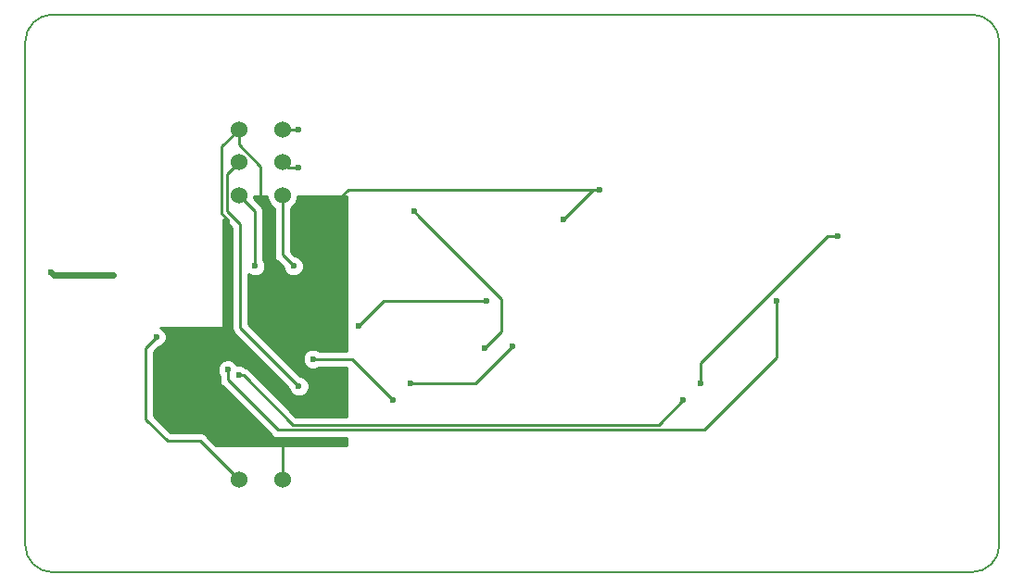
<source format=gbr>
%TF.GenerationSoftware,KiCad,Pcbnew,5.0.1*%
%TF.CreationDate,2019-02-20T00:34:26-06:00*%
%TF.ProjectId,Layout,4C61796F75742E6B696361645F706362,rev?*%
%TF.SameCoordinates,Original*%
%TF.FileFunction,Copper,L2,Bot,Signal*%
%TF.FilePolarity,Positive*%
%FSLAX46Y46*%
G04 Gerber Fmt 4.6, Leading zero omitted, Abs format (unit mm)*
G04 Created by KiCad (PCBNEW 5.0.1) date Wed 20 Feb 2019 12:34:26 AM CST*
%MOMM*%
%LPD*%
G01*
G04 APERTURE LIST*
%ADD10C,0.150000*%
%ADD11C,1.524000*%
%ADD12C,0.600000*%
%ADD13C,0.250000*%
%ADD14C,0.630000*%
%ADD15C,0.254000*%
G04 APERTURE END LIST*
D10*
X112000000Y-122000000D02*
X112000000Y-76000000D01*
X198500000Y-124500000D02*
X114500000Y-124500000D01*
X201000000Y-76000000D02*
X201000000Y-122000000D01*
X114500000Y-73500000D02*
X198500000Y-73500000D01*
X201000000Y-122000000D02*
G75*
G02X198500000Y-124500000I-2500000J0D01*
G01*
X114500000Y-124500000D02*
G75*
G02X112000000Y-122000000I0J2500000D01*
G01*
X112000000Y-76000000D02*
G75*
G02X114500000Y-73500000I2500000J0D01*
G01*
X198500000Y-73500000D02*
G75*
G02X201000000Y-76000000I0J-2500000D01*
G01*
D11*
X131500000Y-90000000D03*
X135500000Y-90000000D03*
X131500000Y-87000000D03*
X135500000Y-87000000D03*
X131500000Y-84000000D03*
X135500000Y-84000000D03*
X135500000Y-116000000D03*
X131500000Y-116000000D03*
D12*
X130510000Y-100660000D03*
X134000000Y-93000000D03*
X130500000Y-93000000D03*
X131500000Y-110500000D03*
X124500000Y-110500000D03*
X124500000Y-105500000D03*
X164500000Y-89500000D03*
X161177818Y-92222183D03*
X137000000Y-110000000D03*
X138850000Y-99730000D03*
X134220000Y-100740000D03*
X134230000Y-101980000D03*
X137000000Y-107500000D03*
X154000000Y-104000000D03*
X147500000Y-91500000D03*
X145622184Y-108777817D03*
X138280000Y-105000000D03*
X156500000Y-103847469D03*
X147177818Y-107222183D03*
X142500000Y-102000000D03*
X154177818Y-99722183D03*
X131500000Y-106500000D03*
X172122184Y-108777817D03*
X186222183Y-93777817D03*
X173677818Y-107222183D03*
X130500000Y-106000000D03*
X180677818Y-99722183D03*
X133000000Y-96500000D03*
X136510147Y-96510147D03*
X137000000Y-87500000D03*
X137000000Y-84000000D03*
X124000000Y-103000000D03*
X114320000Y-97050000D03*
X120010000Y-97340000D03*
D13*
X164500000Y-89500000D02*
X163900001Y-89500000D01*
X163900001Y-89500000D02*
X161177818Y-92222183D01*
X163900001Y-89500000D02*
X141500000Y-89500000D01*
X141500000Y-89500000D02*
X140500000Y-90500000D01*
X135500000Y-116000000D02*
X135500000Y-112500000D01*
X131500000Y-85391238D02*
X133500000Y-87391238D01*
X131500000Y-84000000D02*
X131500000Y-85391238D01*
X133500000Y-87391238D02*
X133500000Y-90000000D01*
X130500000Y-92250000D02*
X130500000Y-93000000D01*
X129962990Y-91712990D02*
X130500000Y-92250000D01*
X129962990Y-85537010D02*
X129962990Y-91712990D01*
X131500000Y-84000000D02*
X129962990Y-85537010D01*
X133500000Y-90000000D02*
X133500000Y-90500000D01*
X133500000Y-90500000D02*
X134000000Y-91000000D01*
X131625001Y-102125001D02*
X137000000Y-107500000D01*
X131625001Y-92699999D02*
X131625001Y-102125001D01*
X130412999Y-91487997D02*
X131625001Y-92699999D01*
X131500000Y-87000000D02*
X130412999Y-88087001D01*
X130412999Y-88087001D02*
X130412999Y-91487997D01*
X154000000Y-104000000D02*
X155500000Y-102500000D01*
X155500000Y-102500000D02*
X155500000Y-100119363D01*
X155500000Y-100119363D02*
X155500000Y-99500000D01*
X155500000Y-99500000D02*
X150000000Y-94000000D01*
X150000000Y-94000000D02*
X148000000Y-92000000D01*
X148000000Y-92000000D02*
X147500000Y-91500000D01*
X141844367Y-105000000D02*
X145622184Y-108777817D01*
X138280000Y-105000000D02*
X141844367Y-105000000D01*
X156500000Y-103847469D02*
X153125286Y-107222183D01*
X153125286Y-107222183D02*
X147177818Y-107222183D01*
X142500000Y-102000000D02*
X144777817Y-99722183D01*
X144777817Y-99722183D02*
X154177818Y-99722183D01*
X131924264Y-106500000D02*
X136424264Y-111000000D01*
X131500000Y-106500000D02*
X131924264Y-106500000D01*
X136424264Y-111000000D02*
X169900001Y-111000000D01*
X169900001Y-111000000D02*
X172122184Y-108777817D01*
X173677818Y-105373654D02*
X173677818Y-107222183D01*
X185273655Y-93777817D02*
X173677818Y-105373654D01*
X186222183Y-93777817D02*
X185273655Y-93777817D01*
X130500000Y-106925002D02*
X135074998Y-111500000D01*
X130500000Y-106000000D02*
X130500000Y-106925002D01*
X135074998Y-111500000D02*
X174000000Y-111500000D01*
X174000000Y-111500000D02*
X180677818Y-104822182D01*
X180677818Y-104822182D02*
X180677818Y-99722183D01*
X133000000Y-91500000D02*
X131500000Y-90000000D01*
X133000000Y-96500000D02*
X133000000Y-91500000D01*
X135500000Y-95500000D02*
X135500000Y-90000000D01*
X136510147Y-96510147D02*
X135500000Y-95500000D01*
X136000000Y-87500000D02*
X135500000Y-87000000D01*
X137000000Y-87500000D02*
X136000000Y-87500000D01*
X137000000Y-84000000D02*
X135500000Y-84000000D01*
X123000000Y-104000000D02*
X123000000Y-110500000D01*
X124000000Y-103000000D02*
X123000000Y-104000000D01*
X123000000Y-110500000D02*
X125000000Y-112500000D01*
X128000000Y-112500000D02*
X131500000Y-116000000D01*
X125000000Y-112500000D02*
X128000000Y-112500000D01*
D14*
X114619999Y-97349999D02*
X115429999Y-97349999D01*
X114320000Y-97050000D02*
X114619999Y-97349999D01*
X115429999Y-97349999D02*
X115439998Y-97340000D01*
X115439998Y-97340000D02*
X120010000Y-97340000D01*
D15*
G36*
X134103000Y-90277881D02*
X134315680Y-90791337D01*
X134708663Y-91184320D01*
X134740001Y-91197301D01*
X134740000Y-95425153D01*
X134725112Y-95500000D01*
X134740000Y-95574847D01*
X134740000Y-95574851D01*
X134784096Y-95796536D01*
X134952071Y-96047929D01*
X135015530Y-96090331D01*
X135575147Y-96649949D01*
X135575147Y-96696130D01*
X135717492Y-97039782D01*
X135980512Y-97302802D01*
X136324164Y-97445147D01*
X136696130Y-97445147D01*
X137039782Y-97302802D01*
X137302802Y-97039782D01*
X137445147Y-96696130D01*
X137445147Y-96324164D01*
X137302802Y-95980512D01*
X137039782Y-95717492D01*
X136696130Y-95575147D01*
X136649949Y-95575147D01*
X136260000Y-95185199D01*
X136260000Y-91197300D01*
X136291337Y-91184320D01*
X136684320Y-90791337D01*
X136897000Y-90277881D01*
X136897000Y-90127000D01*
X141373000Y-90127000D01*
X141373000Y-104240000D01*
X138842290Y-104240000D01*
X138809635Y-104207345D01*
X138465983Y-104065000D01*
X138094017Y-104065000D01*
X137750365Y-104207345D01*
X137487345Y-104470365D01*
X137345000Y-104814017D01*
X137345000Y-105185983D01*
X137487345Y-105529635D01*
X137750365Y-105792655D01*
X138094017Y-105935000D01*
X138465983Y-105935000D01*
X138809635Y-105792655D01*
X138842290Y-105760000D01*
X141373000Y-105760000D01*
X141373000Y-110240000D01*
X136739066Y-110240000D01*
X132514595Y-106015530D01*
X132472193Y-105952071D01*
X132220801Y-105784096D01*
X132077976Y-105755686D01*
X132029635Y-105707345D01*
X131685983Y-105565000D01*
X131331854Y-105565000D01*
X131292655Y-105470365D01*
X131029635Y-105207345D01*
X130685983Y-105065000D01*
X130314017Y-105065000D01*
X129970365Y-105207345D01*
X129707345Y-105470365D01*
X129565000Y-105814017D01*
X129565000Y-106185983D01*
X129707345Y-106529635D01*
X129740001Y-106562291D01*
X129740001Y-106850151D01*
X129725112Y-106925002D01*
X129740001Y-106999854D01*
X129784097Y-107221539D01*
X129952072Y-107472931D01*
X130015528Y-107515331D01*
X134484669Y-111984473D01*
X134527069Y-112047929D01*
X134778461Y-112215904D01*
X135000146Y-112260000D01*
X135000150Y-112260000D01*
X135074997Y-112274888D01*
X135149844Y-112260000D01*
X141373000Y-112260000D01*
X141373000Y-112873000D01*
X129447801Y-112873000D01*
X128590331Y-112015530D01*
X128547929Y-111952071D01*
X128296537Y-111784096D01*
X128074852Y-111740000D01*
X128074847Y-111740000D01*
X128000000Y-111725112D01*
X127925153Y-111740000D01*
X125314802Y-111740000D01*
X123760000Y-110185199D01*
X123760000Y-104314801D01*
X124139802Y-103935000D01*
X124185983Y-103935000D01*
X124529635Y-103792655D01*
X124792655Y-103529635D01*
X124935000Y-103185983D01*
X124935000Y-102814017D01*
X124792655Y-102470365D01*
X124529635Y-102207345D01*
X124335665Y-102127000D01*
X130000000Y-102127000D01*
X130048601Y-102117333D01*
X130089803Y-102089803D01*
X130117333Y-102048601D01*
X130127000Y-102000000D01*
X130127000Y-92276799D01*
X130865001Y-93014801D01*
X130865002Y-102050149D01*
X130850113Y-102125001D01*
X130909098Y-102421538D01*
X130929500Y-102452071D01*
X131077073Y-102672930D01*
X131140529Y-102715330D01*
X136065000Y-107639803D01*
X136065000Y-107685983D01*
X136207345Y-108029635D01*
X136470365Y-108292655D01*
X136814017Y-108435000D01*
X137185983Y-108435000D01*
X137529635Y-108292655D01*
X137792655Y-108029635D01*
X137935000Y-107685983D01*
X137935000Y-107314017D01*
X137792655Y-106970365D01*
X137529635Y-106707345D01*
X137185983Y-106565000D01*
X137139803Y-106565000D01*
X132385001Y-101810200D01*
X132385001Y-97207291D01*
X132470365Y-97292655D01*
X132814017Y-97435000D01*
X133185983Y-97435000D01*
X133529635Y-97292655D01*
X133792655Y-97029635D01*
X133935000Y-96685983D01*
X133935000Y-96314017D01*
X133792655Y-95970365D01*
X133760000Y-95937710D01*
X133760000Y-91574846D01*
X133774888Y-91499999D01*
X133760000Y-91425152D01*
X133760000Y-91425148D01*
X133715904Y-91203463D01*
X133674102Y-91140902D01*
X133590329Y-91015526D01*
X133590327Y-91015524D01*
X133547929Y-90952071D01*
X133484476Y-90909673D01*
X132884020Y-90309218D01*
X132897000Y-90277881D01*
X132897000Y-90127000D01*
X134103000Y-90127000D01*
X134103000Y-90277881D01*
X134103000Y-90277881D01*
G37*
X134103000Y-90277881D02*
X134315680Y-90791337D01*
X134708663Y-91184320D01*
X134740001Y-91197301D01*
X134740000Y-95425153D01*
X134725112Y-95500000D01*
X134740000Y-95574847D01*
X134740000Y-95574851D01*
X134784096Y-95796536D01*
X134952071Y-96047929D01*
X135015530Y-96090331D01*
X135575147Y-96649949D01*
X135575147Y-96696130D01*
X135717492Y-97039782D01*
X135980512Y-97302802D01*
X136324164Y-97445147D01*
X136696130Y-97445147D01*
X137039782Y-97302802D01*
X137302802Y-97039782D01*
X137445147Y-96696130D01*
X137445147Y-96324164D01*
X137302802Y-95980512D01*
X137039782Y-95717492D01*
X136696130Y-95575147D01*
X136649949Y-95575147D01*
X136260000Y-95185199D01*
X136260000Y-91197300D01*
X136291337Y-91184320D01*
X136684320Y-90791337D01*
X136897000Y-90277881D01*
X136897000Y-90127000D01*
X141373000Y-90127000D01*
X141373000Y-104240000D01*
X138842290Y-104240000D01*
X138809635Y-104207345D01*
X138465983Y-104065000D01*
X138094017Y-104065000D01*
X137750365Y-104207345D01*
X137487345Y-104470365D01*
X137345000Y-104814017D01*
X137345000Y-105185983D01*
X137487345Y-105529635D01*
X137750365Y-105792655D01*
X138094017Y-105935000D01*
X138465983Y-105935000D01*
X138809635Y-105792655D01*
X138842290Y-105760000D01*
X141373000Y-105760000D01*
X141373000Y-110240000D01*
X136739066Y-110240000D01*
X132514595Y-106015530D01*
X132472193Y-105952071D01*
X132220801Y-105784096D01*
X132077976Y-105755686D01*
X132029635Y-105707345D01*
X131685983Y-105565000D01*
X131331854Y-105565000D01*
X131292655Y-105470365D01*
X131029635Y-105207345D01*
X130685983Y-105065000D01*
X130314017Y-105065000D01*
X129970365Y-105207345D01*
X129707345Y-105470365D01*
X129565000Y-105814017D01*
X129565000Y-106185983D01*
X129707345Y-106529635D01*
X129740001Y-106562291D01*
X129740001Y-106850151D01*
X129725112Y-106925002D01*
X129740001Y-106999854D01*
X129784097Y-107221539D01*
X129952072Y-107472931D01*
X130015528Y-107515331D01*
X134484669Y-111984473D01*
X134527069Y-112047929D01*
X134778461Y-112215904D01*
X135000146Y-112260000D01*
X135000150Y-112260000D01*
X135074997Y-112274888D01*
X135149844Y-112260000D01*
X141373000Y-112260000D01*
X141373000Y-112873000D01*
X129447801Y-112873000D01*
X128590331Y-112015530D01*
X128547929Y-111952071D01*
X128296537Y-111784096D01*
X128074852Y-111740000D01*
X128074847Y-111740000D01*
X128000000Y-111725112D01*
X127925153Y-111740000D01*
X125314802Y-111740000D01*
X123760000Y-110185199D01*
X123760000Y-104314801D01*
X124139802Y-103935000D01*
X124185983Y-103935000D01*
X124529635Y-103792655D01*
X124792655Y-103529635D01*
X124935000Y-103185983D01*
X124935000Y-102814017D01*
X124792655Y-102470365D01*
X124529635Y-102207345D01*
X124335665Y-102127000D01*
X130000000Y-102127000D01*
X130048601Y-102117333D01*
X130089803Y-102089803D01*
X130117333Y-102048601D01*
X130127000Y-102000000D01*
X130127000Y-92276799D01*
X130865001Y-93014801D01*
X130865002Y-102050149D01*
X130850113Y-102125001D01*
X130909098Y-102421538D01*
X130929500Y-102452071D01*
X131077073Y-102672930D01*
X131140529Y-102715330D01*
X136065000Y-107639803D01*
X136065000Y-107685983D01*
X136207345Y-108029635D01*
X136470365Y-108292655D01*
X136814017Y-108435000D01*
X137185983Y-108435000D01*
X137529635Y-108292655D01*
X137792655Y-108029635D01*
X137935000Y-107685983D01*
X137935000Y-107314017D01*
X137792655Y-106970365D01*
X137529635Y-106707345D01*
X137185983Y-106565000D01*
X137139803Y-106565000D01*
X132385001Y-101810200D01*
X132385001Y-97207291D01*
X132470365Y-97292655D01*
X132814017Y-97435000D01*
X133185983Y-97435000D01*
X133529635Y-97292655D01*
X133792655Y-97029635D01*
X133935000Y-96685983D01*
X133935000Y-96314017D01*
X133792655Y-95970365D01*
X133760000Y-95937710D01*
X133760000Y-91574846D01*
X133774888Y-91499999D01*
X133760000Y-91425152D01*
X133760000Y-91425148D01*
X133715904Y-91203463D01*
X133674102Y-91140902D01*
X133590329Y-91015526D01*
X133590327Y-91015524D01*
X133547929Y-90952071D01*
X133484476Y-90909673D01*
X132884020Y-90309218D01*
X132897000Y-90277881D01*
X132897000Y-90127000D01*
X134103000Y-90127000D01*
X134103000Y-90277881D01*
M02*

</source>
